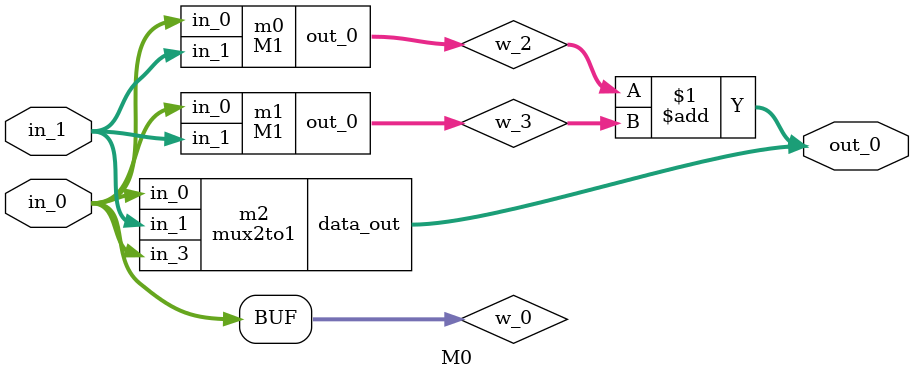
<source format=v>
module M2 (in_0,in_1,out_0,out_1);
   input [4:0] in_0;
   input [4:0] in_1;
   output [4:0] out_0;
   output [4:0] out_1;

   assign out_0 = in_0&in_1;
   assign out_1 = in_0|in_1;
endmodule



module M1 (in_0,in_1,out_0);
   input [4:0] in_0;
   input [4:0] in_1;
   output [4:0] out_0;

	wire [4:0] w_0;
	wire [4:0] w_1;
	wire [4:0] w_2;
	wire [4:0] w_3;	

	assign w_3 = w_0 + w_1;
	assign out_0 = w_2 & w_3;
   M2 m0(in_0,in_1,w_0, w_1);
   M2 m1(in_0,in_1,w_1, w_2);

endmodule

module mux2to1(in_0,in_1, in_3,data_out);
input [4:0] in_0;
input [4:0] in_1;
input [4:0] in_3;
output [4:0] data_out;
reg [4:0] data_out;
always @(in_0,in_1)
	begin
		if(in_3== 0)
			data_out = in_0;
		else
			data_out =  in_1;

	end
endmodule


module M0 (in_0,in_1,out_0);
   input [4:0] in_0;
   input [4:0] in_1;
   output [4:0] out_0;

	wire [4:0] w_0;
	wire [4:0] w_2;
	wire [4:0] w_3;

	assign w_0 = in_0;
	assign out_0 = w_2 + w_3;

   M1 m0(in_0,in_1,w_2);
   M1 m1(in_0,in_1,w_3);
   mux2to1 m2(in_0, in_1, w_0, out_0);

endmodule

</source>
